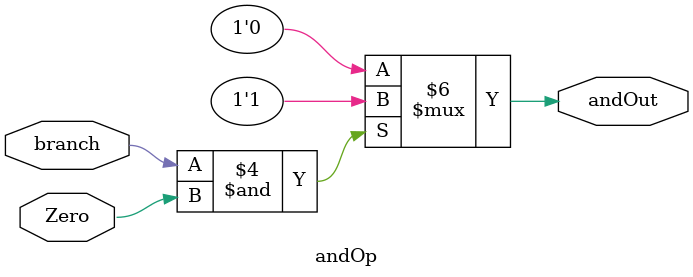
<source format=v>

module andOp(input branch, input Zero, output reg andOut);
always @(*) begin
  andOut = 0;
  if((branch == 1) & (Zero == 1))
    andOut = 1;
end

endmodule

</source>
